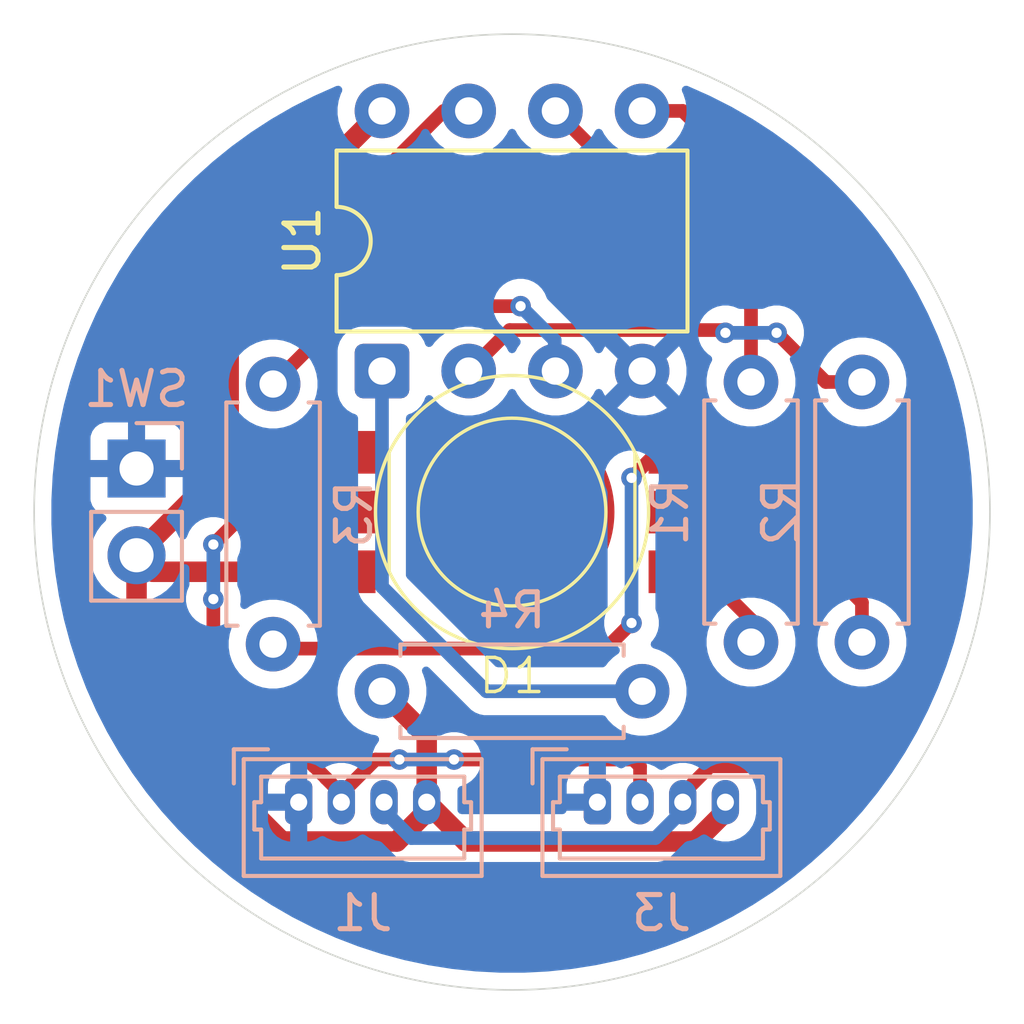
<source format=kicad_pcb>
(kicad_pcb (version 20241229) (generator "pcbnew") (generator_version "9.0")
  (layers (0 "F.Cu" signal) (2 "B.Cu" signal) (13 "F.Paste" user) (15 "B.Paste" user) (5 "F.SilkS" user "F.Silkscreen") (7 "B.SilkS" user "B.Silkscreen") (1 "F.Mask" user) (3 "B.Mask" user) (25 "Edge.Cuts" user))
  (net 0 "")
  (net 1 "Net-(D1---Pad4)")
  (net 2 "R")
  (net 3 "G")
  (net 4 "B")
  (net 5 "+5V")
  (net 6 "Net-(D1---Pad5)")
  (net 7 "Net-(D1---Pad6)")
  (net 8 "SCL")
  (net 9 "GND")
  (net 10 "SDA")
  (net 11 "Net-(U1-~{RESET}{slash}PB5)")
  (footprint "RGB_LED:rgb_led" (layer "F.Cu") (at 100 100)
    (property "Reference" "D1" (at 0 4.8 0) (layer "F.SilkS") (effects (font (thickness 0.1))))
    (property "Value" "~")
    (fp_line (start -3.6 -1.7) (end -3.6 1.7) (stroke (width 0.1)) (layer "F.SilkS"))
    (fp_line (start 3.6 -1.7) (end 3.6 1.7) (stroke (width 0.1)) (layer "F.SilkS"))
    (fp_circle (center 0 0) (end 2.75 0) (stroke (width 0.1)) (fill no) (layer "F.SilkS"))
    (fp_circle (center 0 0) (end 4 0) (stroke (width 0.1)) (fill no) (layer "F.SilkS"))
    (pad "" smd circle (at 0 0) (size 6 6) (property pad_prop_heatsink) (layers "F.Cu" "F.Mask" "F.Paste"))
    (pad "1" smd rect (at -5.6 1.75) (size 3.2 1.25) (layers "F.Cu" "F.Mask" "F.Paste") (net 5 "+5V"))
    (pad "2" smd rect (at -5.6 0) (size 3.2 1.25) (layers "F.Cu" "F.Mask" "F.Paste") (net 5 "+5V"))
    (pad "3" smd rect (at -5.6 -1.75) (size 3.2 1.25) (layers "F.Cu" "F.Mask" "F.Paste") (net 5 "+5V"))
    (pad "4" smd rect (at 5.6 -1.75) (size 3.2 1.25) (layers "F.Cu" "F.Mask" "F.Paste") (net 1 "Net-(D1---Pad4)"))
    (pad "5" smd rect (at 5.6 0) (size 3.2 1.25) (layers "F.Cu" "F.Mask" "F.Paste") (net 6 "Net-(D1---Pad5)"))
    (pad "6" smd rect (at 5.6 1.75) (size 3.2 1.25) (layers "F.Cu" "F.Mask" "F.Paste") (net 7 "Net-(D1---Pad6)"))
  )
  (footprint "Package_DIP:DIP-8_W7.62mm" (layer "F.Cu") (at 96.19 95.87 90)
    (property "Reference" "U1" (at 3.81 -2.33 90) (layer "F.SilkS"))
    (property "Value" "ATtiny85-20P")
    (fp_line (start 6.46 -1.33) (end 4.81 -1.33) (stroke (width 0.12)) (layer "F.SilkS"))
    (fp_line (start 2.81 -1.33) (end 1.16 -1.33) (stroke (width 0.12)) (layer "F.SilkS"))
    (fp_line (start 1.16 -1.33) (end 1.16 8.95) (stroke (width 0.12)) (layer "F.SilkS"))
    (fp_line (start 6.46 8.95) (end 6.46 -1.33) (stroke (width 0.12)) (layer "F.SilkS"))
    (fp_line (start 1.16 8.95) (end 6.46 8.95) (stroke (width 0.12)) (layer "F.SilkS"))
    (fp_arc (start 4.81 -1.33) (mid 3.81 -0.33) (end 2.81 -1.33) (stroke (width 0.12)) (layer "F.SilkS"))
    (pad "1" thru_hole roundrect (at 0 0 90) (size 1.6 1.6) (drill 0.8) (layers "*.Cu" "*.Mask") (roundrect_rratio 0.15625) (net 11 "Net-(U1-~{RESET}{slash}PB5)"))
    (pad "2" thru_hole circle (at 0 2.54 90) (size 1.6 1.6) (drill 0.8) (layers "*.Cu" "*.Mask") (net 3 "G"))
    (pad "3" thru_hole circle (at 0 5.08 90) (size 1.6 1.6) (drill 0.8) (layers "*.Cu" "*.Mask") (net 4 "B"))
    (pad "4" thru_hole circle (at 0 7.62 90) (size 1.6 1.6) (drill 0.8) (layers "*.Cu" "*.Mask") (net 9 "GND"))
    (pad "5" thru_hole circle (at 7.62 7.62 90) (size 1.6 1.6) (drill 0.8) (layers "*.Cu" "*.Mask") (net 10 "SDA"))
    (pad "6" thru_hole circle (at 7.62 5.08 90) (size 1.6 1.6) (drill 0.8) (layers "*.Cu" "*.Mask") (net 2 "R"))
    (pad "7" thru_hole circle (at 7.62 2.54 90) (size 1.6 1.6) (drill 0.8) (layers "*.Cu" "*.Mask") (net 8 "SCL"))
    (pad "8" thru_hole circle (at 7.62 0 90) (size 1.6 1.6) (drill 0.8) (layers "*.Cu" "*.Mask") (net 5 "+5V"))
  )
  (footprint "Resistor_THT:R_Axial_DIN0207_L6.3mm_D2.5mm_P7.62mm_Horizontal" (layer "B.Cu") (at 107 96.19 -90)
    (property "Reference" "R1" (at 3.81 2.37 90) (layer "B.SilkS") (effects (justify mirror)))
    (property "Value" "150")
    (fp_line (start 0.54 1.37) (end 7.08 1.37) (stroke (width 0.12)) (layer "B.SilkS"))
    (fp_line (start 7.08 1.37) (end 7.08 1.04) (stroke (width 0.12)) (layer "B.SilkS"))
    (fp_line (start 0.54 1.04) (end 0.54 1.37) (stroke (width 0.12)) (layer "B.SilkS"))
    (fp_line (start 0.54 -1.04) (end 0.54 -1.37) (stroke (width 0.12)) (layer "B.SilkS"))
    (fp_line (start 0.54 -1.37) (end 7.08 -1.37) (stroke (width 0.12)) (layer "B.SilkS"))
    (fp_line (start 7.08 -1.37) (end 7.08 -1.04) (stroke (width 0.12)) (layer "B.SilkS"))
    (pad "1" thru_hole circle (at 0 0 270) (size 1.6 1.6) (drill 0.8) (layers "*.Cu" "*.Mask") (net 2 "R"))
    (pad "2" thru_hole oval (at 7.62 0 270) (size 1.6 1.6) (drill 0.8) (layers "*.Cu" "*.Mask") (net 7 "Net-(D1---Pad6)"))
  )
  (footprint "Resistor_THT:R_Axial_DIN0207_L6.3mm_D2.5mm_P7.62mm_Horizontal" (layer "B.Cu") (at 110.25 96.19 -90)
    (property "Reference" "R2" (at 3.81 2.37 90) (layer "B.SilkS") (effects (justify mirror)))
    (property "Value" "100")
    (fp_line (start 0.54 1.37) (end 7.08 1.37) (stroke (width 0.12)) (layer "B.SilkS"))
    (fp_line (start 7.08 1.37) (end 7.08 1.04) (stroke (width 0.12)) (layer "B.SilkS"))
    (fp_line (start 0.54 1.04) (end 0.54 1.37) (stroke (width 0.12)) (layer "B.SilkS"))
    (fp_line (start 0.54 -1.04) (end 0.54 -1.37) (stroke (width 0.12)) (layer "B.SilkS"))
    (fp_line (start 0.54 -1.37) (end 7.08 -1.37) (stroke (width 0.12)) (layer "B.SilkS"))
    (fp_line (start 7.08 -1.37) (end 7.08 -1.04) (stroke (width 0.12)) (layer "B.SilkS"))
    (pad "1" thru_hole circle (at 0 0 270) (size 1.6 1.6) (drill 0.8) (layers "*.Cu" "*.Mask") (net 3 "G"))
    (pad "2" thru_hole oval (at 7.62 0 270) (size 1.6 1.6) (drill 0.8) (layers "*.Cu" "*.Mask") (net 6 "Net-(D1---Pad5)"))
  )
  (footprint "Resistor_THT:R_Axial_DIN0207_L6.3mm_D2.5mm_P7.62mm_Horizontal" (layer "B.Cu") (at 103.81 105.25 180)
    (property "Reference" "R4" (at 3.81 2.37 0) (layer "B.SilkS") (effects (justify mirror)))
    (property "Value" "10k")
    (fp_line (start 7.08 1.37) (end 7.08 1.04) (stroke (width 0.12)) (layer "B.SilkS"))
    (fp_line (start 7.08 -1.37) (end 7.08 -1.04) (stroke (width 0.12)) (layer "B.SilkS"))
    (fp_line (start 0.54 1.37) (end 7.08 1.37) (stroke (width 0.12)) (layer "B.SilkS"))
    (fp_line (start 0.54 1.04) (end 0.54 1.37) (stroke (width 0.12)) (layer "B.SilkS"))
    (fp_line (start 0.54 -1.04) (end 0.54 -1.37) (stroke (width 0.12)) (layer "B.SilkS"))
    (fp_line (start 0.54 -1.37) (end 7.08 -1.37) (stroke (width 0.12)) (layer "B.SilkS"))
    (pad "1" thru_hole circle (at 0 0 180) (size 1.6 1.6) (drill 0.8) (layers "*.Cu" "*.Mask") (net 11 "Net-(U1-~{RESET}{slash}PB5)"))
    (pad "2" thru_hole oval (at 7.62 0 180) (size 1.6 1.6) (drill 0.8) (layers "*.Cu" "*.Mask") (net 5 "+5V"))
  )
  (footprint "Connector_Molex:Molex_PicoBlade_53047-0410_1x04_P1.25mm_Vertical" (layer "B.Cu") (at 93.75 108.5)
    (property "Reference" "J1" (at 1.88 3.25 0) (layer "B.SilkS") (effects (justify mirror)))
    (property "Value" "530470410")
    (fp_line (start -1.9 -1.55) (end -1.9 -0.55) (stroke (width 0.12)) (layer "B.SilkS"))
    (fp_line (start -1.9 -1.55) (end -0.9 -1.55) (stroke (width 0.12)) (layer "B.SilkS"))
    (fp_line (start -1.61 -1.26) (end 5.36 -1.26) (stroke (width 0.12)) (layer "B.SilkS"))
    (fp_line (start -1.61 2.16) (end -1.61 -1.26) (stroke (width 0.12)) (layer "B.SilkS"))
    (fp_line (start -1.3 0) (end -1.3 0.8) (stroke (width 0.12)) (layer "B.SilkS"))
    (fp_line (start -1.3 0.8) (end -1.1 0.8) (stroke (width 0.12)) (layer "B.SilkS"))
    (fp_line (start -1.1 -0.75) (end -1.1 0) (stroke (width 0.12)) (layer "B.SilkS"))
    (fp_line (start -1.1 0) (end -1.3 0) (stroke (width 0.12)) (layer "B.SilkS"))
    (fp_line (start -1.1 0.8) (end -1.1 1.65) (stroke (width 0.12)) (layer "B.SilkS"))
    (fp_line (start -1.1 1.65) (end 1.875 1.65) (stroke (width 0.12)) (layer "B.SilkS"))
    (fp_line (start 1.875 -0.75) (end -1.1 -0.75) (stroke (width 0.12)) (layer "B.SilkS"))
    (fp_line (start 1.875 -0.75) (end 4.85 -0.75) (stroke (width 0.12)) (layer "B.SilkS"))
    (fp_line (start 4.85 -0.75) (end 4.85 0) (stroke (width 0.12)) (layer "B.SilkS"))
    (fp_line (start 4.85 0) (end 5.05 0) (stroke (width 0.12)) (layer "B.SilkS"))
    (fp_line (start 4.85 0.8) (end 4.85 1.65) (stroke (width 0.12)) (layer "B.SilkS"))
    (fp_line (start 4.85 1.65) (end 1.875 1.65) (stroke (width 0.12)) (layer "B.SilkS"))
    (fp_line (start 5.05 0) (end 5.05 0.8) (stroke (width 0.12)) (layer "B.SilkS"))
    (fp_line (start 5.05 0.8) (end 4.85 0.8) (stroke (width 0.12)) (layer "B.SilkS"))
    (fp_line (start 5.36 -1.26) (end 5.36 2.16) (stroke (width 0.12)) (layer "B.SilkS"))
    (fp_line (start 5.36 2.16) (end -1.61 2.16) (stroke (width 0.12)) (layer "B.SilkS"))
    (pad "1" thru_hole roundrect (at 0 0) (size 0.8 1.3) (drill 0.5) (layers "*.Cu" "*.Mask") (net 9 "GND"))
    (pad "2" thru_hole oval (at 1.25 0) (size 0.8 1.3) (drill 0.5) (layers "*.Cu" "*.Mask") (net 8 "SCL"))
    (pad "3" thru_hole oval (at 2.5 0) (size 0.8 1.3) (drill 0.5) (layers "*.Cu" "*.Mask") (net 10 "SDA"))
    (pad "4" thru_hole oval (at 3.75 0) (size 0.8 1.3) (drill 0.5) (layers "*.Cu" "*.Mask") (net 5 "+5V"))
  )
  (footprint "Resistor_THT:R_Axial_DIN0207_L6.3mm_D2.5mm_P7.62mm_Horizontal" (layer "B.Cu") (at 93 103.87 90)
    (property "Reference" "R3" (at 3.81 2.37 90) (layer "B.SilkS") (effects (justify mirror)))
    (property "Value" "100")
    (fp_line (start 7.08 -1.37) (end 7.08 -1.04) (stroke (width 0.12)) (layer "B.SilkS"))
    (fp_line (start 0.54 -1.37) (end 7.08 -1.37) (stroke (width 0.12)) (layer "B.SilkS"))
    (fp_line (start 0.54 -1.04) (end 0.54 -1.37) (stroke (width 0.12)) (layer "B.SilkS"))
    (fp_line (start 0.54 1.04) (end 0.54 1.37) (stroke (width 0.12)) (layer "B.SilkS"))
    (fp_line (start 7.08 1.37) (end 7.08 1.04) (stroke (width 0.12)) (layer "B.SilkS"))
    (fp_line (start 0.54 1.37) (end 7.08 1.37) (stroke (width 0.12)) (layer "B.SilkS"))
    (pad "1" thru_hole circle (at 0 0 90) (size 1.6 1.6) (drill 0.8) (layers "*.Cu" "*.Mask") (net 1 "Net-(D1---Pad4)"))
    (pad "2" thru_hole oval (at 7.62 0 90) (size 1.6 1.6) (drill 0.8) (layers "*.Cu" "*.Mask") (net 4 "B"))
  )
  (footprint "Connector_PinHeader_2.54mm:PinHeader_1x02_P2.54mm_Vertical" (layer "B.Cu") (at 89 98.725 180)
    (property "Reference" "SW1" (at 0 2.33 0) (layer "B.SilkS") (effects (justify mirror)))
    (property "Value" "SW_Push")
    (fp_line (start 1.33 -1.27) (end 1.33 -3.87) (stroke (width 0.12)) (layer "B.SilkS"))
    (fp_line (start -1.33 1.33) (end 0 1.33) (stroke (width 0.12)) (layer "B.SilkS"))
    (fp_line (start -1.33 0) (end -1.33 1.33) (stroke (width 0.12)) (layer "B.SilkS"))
    (fp_line (start -1.33 -1.27) (end 1.33 -1.27) (stroke (width 0.12)) (layer "B.SilkS"))
    (fp_line (start -1.33 -1.27) (end -1.33 -3.87) (stroke (width 0.12)) (layer "B.SilkS"))
    (fp_line (start -1.33 -3.87) (end 1.33 -3.87) (stroke (width 0.12)) (layer "B.SilkS"))
    (pad "1" thru_hole rect (at 0 0 180) (size 1.7 1.7) (drill 1) (layers "*.Cu" "*.Mask") (net 9 "GND"))
    (pad "2" thru_hole oval (at 0 -2.54 180) (size 1.7 1.7) (drill 1) (layers "*.Cu" "*.Mask") (net 5 "+5V"))
  )
  (footprint "Connector_Molex:Molex_PicoBlade_53047-0410_1x04_P1.25mm_Vertical" (layer "B.Cu") (at 102.5 108.5)
    (property "Reference" "J3" (at 1.88 3.25 0) (layer "B.SilkS") (effects (justify mirror)))
    (property "Value" "530470410")
    (fp_line (start -1.9 -1.55) (end -1.9 -0.55) (stroke (width 0.12)) (layer "B.SilkS"))
    (fp_line (start -1.9 -1.55) (end -0.9 -1.55) (stroke (width 0.12)) (layer "B.SilkS"))
    (fp_line (start -1.61 -1.26) (end 5.36 -1.26) (stroke (width 0.12)) (layer "B.SilkS"))
    (fp_line (start -1.61 2.16) (end -1.61 -1.26) (stroke (width 0.12)) (layer "B.SilkS"))
    (fp_line (start -1.3 0) (end -1.3 0.8) (stroke (width 0.12)) (layer "B.SilkS"))
    (fp_line (start -1.3 0.8) (end -1.1 0.8) (stroke (width 0.12)) (layer "B.SilkS"))
    (fp_line (start -1.1 -0.75) (end -1.1 0) (stroke (width 0.12)) (layer "B.SilkS"))
    (fp_line (start -1.1 0) (end -1.3 0) (stroke (width 0.12)) (layer "B.SilkS"))
    (fp_line (start -1.1 0.8) (end -1.1 1.65) (stroke (width 0.12)) (layer "B.SilkS"))
    (fp_line (start -1.1 1.65) (end 1.875 1.65) (stroke (width 0.12)) (layer "B.SilkS"))
    (fp_line (start 1.875 -0.75) (end -1.1 -0.75) (stroke (width 0.12)) (layer "B.SilkS"))
    (fp_line (start 1.875 -0.75) (end 4.85 -0.75) (stroke (width 0.12)) (layer "B.SilkS"))
    (fp_line (start 4.85 -0.75) (end 4.85 0) (stroke (width 0.12)) (layer "B.SilkS"))
    (fp_line (start 4.85 0) (end 5.05 0) (stroke (width 0.12)) (layer "B.SilkS"))
    (fp_line (start 4.85 0.8) (end 4.85 1.65) (stroke (width 0.12)) (layer "B.SilkS"))
    (fp_line (start 4.85 1.65) (end 1.875 1.65) (stroke (width 0.12)) (layer "B.SilkS"))
    (fp_line (start 5.05 0) (end 5.05 0.8) (stroke (width 0.12)) (layer "B.SilkS"))
    (fp_line (start 5.05 0.8) (end 4.85 0.8) (stroke (width 0.12)) (layer "B.SilkS"))
    (fp_line (start 5.36 -1.26) (end 5.36 2.16) (stroke (width 0.12)) (layer "B.SilkS"))
    (fp_line (start 5.36 2.16) (end -1.61 2.16) (stroke (width 0.12)) (layer "B.SilkS"))
    (pad "1" thru_hole roundrect (at 0 0) (size 0.8 1.3) (drill 0.5) (layers "*.Cu" "*.Mask") (net 9 "GND"))
    (pad "2" thru_hole oval (at 1.25 0) (size 0.8 1.3) (drill 0.5) (layers "*.Cu" "*.Mask") (net 8 "SCL"))
    (pad "3" thru_hole oval (at 2.5 0) (size 0.8 1.3) (drill 0.5) (layers "*.Cu" "*.Mask") (net 10 "SDA"))
    (pad "4" thru_hole oval (at 3.75 0) (size 0.8 1.3) (drill 0.5) (layers "*.Cu" "*.Mask") (net 5 "+5V"))
  )
  (gr_circle (center 100 100) (end 114 100) (stroke (width 0.05)) (fill no) (layer "Edge.Cuts"))
  (segment (start 104.25 98.25) (end 105.6 98.25) (width 0.4) (layer "F.Cu") (net 1))
  (segment (start 93.13 104) (end 102.75 104) (width 0.4) (layer "F.Cu") (net 1))
  (segment (start 93 103.87) (end 93.13 104) (width 0.4) (layer "F.Cu") (net 1))
  (segment (start 103.5 99) (end 104.25 98.25) (width 0.4) (layer "F.Cu") (net 1))
  (segment (start 102.75 104) (end 103.5 103.25) (width 0.4) (layer "F.Cu") (net 1))
  (via (at 103.5 99) (size 0.6) (drill 0.3) (layers "F.Cu" "B.Cu") (net 1))
  (via (at 103.5 103.25) (size 0.6) (drill 0.3) (layers "F.Cu" "B.Cu") (net 1))
  (segment (start 103.5 103.25) (end 103.5 99) (width 0.4) (layer "B.Cu") (net 1))
  (segment (start 107 93.98) (end 107 96.19) (width 0.4) (layer "F.Cu") (net 2))
  (segment (start 101.27 88.25) (end 107 93.98) (width 0.4) (layer "F.Cu") (net 2))
  (segment (start 106.169 94.669) (end 99.931 94.669) (width 0.4) (layer "F.Cu") (net 3))
  (segment (start 109.19 96.19) (end 107.75 94.75) (width 0.4) (layer "F.Cu") (net 3))
  (segment (start 106.25 94.75) (end 106.169 94.669) (width 0.4) (layer "F.Cu") (net 3))
  (segment (start 99.931 94.669) (end 98.73 95.87) (width 0.4) (layer "F.Cu") (net 3))
  (segment (start 110.25 96.19) (end 109.19 96.19) (width 0.4) (layer "F.Cu") (net 3))
  (via (at 107.75 94.75) (size 0.6) (drill 0.3) (layers "F.Cu" "B.Cu") (net 3))
  (via (at 106.25 94.75) (size 0.6) (drill 0.3) (layers "F.Cu" "B.Cu") (net 3))
  (segment (start 107.75 94.75) (end 106.25 94.75) (width 0.4) (layer "B.Cu") (net 3))
  (segment (start 100.25 93.969) (end 95.281 93.969) (width 0.4) (layer "F.Cu") (net 4))
  (segment (start 95.281 93.969) (end 93 96.25) (width 0.4) (layer "F.Cu") (net 4))
  (via (at 100.25 93.969) (size 0.6) (drill 0.3) (layers "F.Cu" "B.Cu") (net 4))
  (segment (start 101.25 94.969) (end 101.25 95.85) (width 0.4) (layer "B.Cu") (net 4))
  (segment (start 101.25 95.85) (end 101.27 95.87) (width 0.4) (layer "B.Cu") (net 4))
  (segment (start 100.25 93.969) (end 101.25 94.969) (width 0.4) (layer "B.Cu") (net 4))
  (segment (start 98.651 109.651) (end 97.5 108.5) (width 0.6) (layer "F.Cu") (net 5))
  (segment (start 97.5 108.5) (end 97.5 108.774206) (width 0.6) (layer "F.Cu") (net 5))
  (segment (start 105.373206 109.651) (end 98.651 109.651) (width 0.6) (layer "F.Cu") (net 5))
  (segment (start 97.5 106.56) (end 96.19 105.25) (width 0.6) (layer "F.Cu") (net 5))
  (segment (start 89.485 101.75) (end 89 101.265) (width 0.6) (layer "F.Cu") (net 5))
  (segment (start 96.623206 109.651) (end 93.254094 109.651) (width 0.6) (layer "F.Cu") (net 5))
  (segment (start 91 99.265) (end 91 93.44) (width 0.6) (layer "F.Cu") (net 5))
  (segment (start 91 93.44) (end 96.19 88.25) (width 0.6) (layer "F.Cu") (net 5))
  (segment (start 97.5 108.5) (end 97.5 106.56) (width 0.6) (layer "F.Cu") (net 5))
  (segment (start 94.4 101.75) (end 89.485 101.75) (width 0.6) (layer "F.Cu") (net 5))
  (segment (start 106.25 108.774206) (end 105.373206 109.651) (width 0.6) (layer "F.Cu") (net 5))
  (segment (start 97.5 108.774206) (end 96.623206 109.651) (width 0.6) (layer "F.Cu") (net 5))
  (segment (start 94.4 98.25) (end 94.4 101.75) (width 0.6) (layer "F.Cu") (net 5))
  (segment (start 89 101.265) (end 91 99.265) (width 0.6) (layer "F.Cu") (net 5))
  (segment (start 93.254094 109.651) (end 89 105.396906) (width 0.6) (layer "F.Cu") (net 5))
  (segment (start 89 105.396906) (end 89 101.265) (width 0.6) (layer "F.Cu") (net 5))
  (segment (start 106.25 108.5) (end 106.25 108.774206) (width 0.6) (layer "F.Cu") (net 5))
  (segment (start 107.6 100) (end 110.25 102.65) (width 0.4) (layer "F.Cu") (net 6))
  (segment (start 110.25 102.65) (end 110.25 103.81) (width 0.4) (layer "F.Cu") (net 6))
  (segment (start 105.6 100) (end 107.6 100) (width 0.4) (layer "F.Cu") (net 6))
  (segment (start 107 103.15) (end 105.6 101.75) (width 0.4) (layer "F.Cu") (net 7))
  (segment (start 107 103.81) (end 107 103.15) (width 0.4) (layer "F.Cu") (net 7))
  (segment (start 94.199 107.449) (end 91.25 104.5) (width 0.4) (layer "F.Cu") (net 8))
  (segment (start 94.551 107.801) (end 94.551 107.795516) (width 0.4) (layer "F.Cu") (net 8))
  (segment (start 103.55 107.25) (end 98.3 107.25) (width 0.4) (layer "F.Cu") (net 8))
  (segment (start 91.25 100.95) (end 91.799 100.401) (width 0.4) (layer "F.Cu") (net 8))
  (segment (start 98 88.25) (end 98.73 88.25) (width 0.4) (layer "F.Cu") (net 8))
  (segment (start 91.25 104.5) (end 91.25 102.55) (width 0.4) (layer "F.Cu") (net 8))
  (segment (start 91.799 100.401) (end 91.799 94.451) (width 0.4) (layer "F.Cu") (net 8))
  (segment (start 95 108.25) (end 95 108.5) (width 0.4) (layer "F.Cu") (net 8))
  (segment (start 98.73 88.77) (end 98.73 88.685) (width 0.4) (layer "F.Cu") (net 8))
  (segment (start 103.75 108.5) (end 103.75 107.45) (width 0.4) (layer "F.Cu") (net 8))
  (segment (start 94.551 107.795516) (end 94.204484 107.449) (width 0.4) (layer "F.Cu") (net 8))
  (segment (start 96 107.25) (end 95 108.25) (width 0.4) (layer "F.Cu") (net 8))
  (segment (start 91.799 94.451) (end 98 88.25) (width 0.4) (layer "F.Cu") (net 8))
  (segment (start 103.75 107.45) (end 103.55 107.25) (width 0.4) (layer "F.Cu") (net 8))
  (segment (start 94.204484 107.449) (end 94.199 107.449) (width 0.4) (layer "F.Cu") (net 8))
  (segment (start 96.7 107.25) (end 96 107.25) (width 0.4) (layer "F.Cu") (net 8))
  (segment (start 95 108.25) (end 94.551 107.801) (width 0.4) (layer "F.Cu") (net 8))
  (via (at 96.7 107.25) (size 0.6) (drill 0.3) (layers "F.Cu" "B.Cu") (net 8))
  (via (at 98.3 107.25) (size 0.6) (drill 0.3) (layers "F.Cu" "B.Cu") (net 8))
  (via (at 91.25 102.55) (size 0.6) (drill 0.3) (layers "F.Cu" "B.Cu") (net 8))
  (via (at 91.25 100.95) (size 0.6) (drill 0.3) (layers "F.Cu" "B.Cu") (net 8))
  (segment (start 91.25 102.55) (end 91.25 100.95) (width 0.4) (layer "B.Cu") (net 8))
  (segment (start 98.3 107.25) (end 96.7 107.25) (width 0.4) (layer "B.Cu") (net 8))
  (segment (start 105 108.5) (end 105 108.25) (width 0.4) (layer "F.Cu") (net 10))
  (segment (start 105.801 107.449) (end 109.051 107.449) (width 0.4) (layer "F.Cu") (net 10))
  (segment (start 109.051 107.449) (end 112 104.5) (width 0.4) (layer "F.Cu") (net 10))
  (segment (start 112 95.25) (end 105 88.25) (width 0.4) (layer "F.Cu") (net 10))
  (segment (start 105 88.25) (end 103.81 88.25) (width 0.4) (layer "F.Cu") (net 10))
  (segment (start 112 104.5) (end 112 95.25) (width 0.4) (layer "F.Cu") (net 10))
  (segment (start 105 108.25) (end 105.801 107.449) (width 0.4) (layer "F.Cu") (net 10))
  (segment (start 96.25 108.75) (end 96.25 108.5) (width 0.4) (layer "B.Cu") (net 10))
  (segment (start 104.199 109.551) (end 97.051 109.551) (width 0.4) (layer "B.Cu") (net 10))
  (segment (start 97.051 109.551) (end 96.25 108.75) (width 0.4) (layer "B.Cu") (net 10))
  (segment (start 105 108.75) (end 104.199 109.551) (width 0.4) (layer "B.Cu") (net 10))
  (segment (start 105 108.5) (end 105 108.75) (width 0.4) (layer "B.Cu") (net 10))
  (segment (start 99.25 105.25) (end 96.19 102.19) (width 0.4) (layer "B.Cu") (net 11))
  (segment (start 103.81 105.25) (end 99.25 105.25) (width 0.4) (layer "B.Cu") (net 11))
  (segment (start 96.19 102.19) (end 96.19 96.305) (width 0.4) (layer "B.Cu") (net 11))
  (zone (net 9) (net_name "GND") (layer "B.Cu") (connect_pads (clearance 0.5)) (min_thickness 0.25) (fill yes (thermal_gap 0.5) (thermal_bridge_width 0.5))
    (polygon (pts (xy 115 85) (xy 115 115) (xy 85 115) (xy 85 85)))
  )
)
</source>
